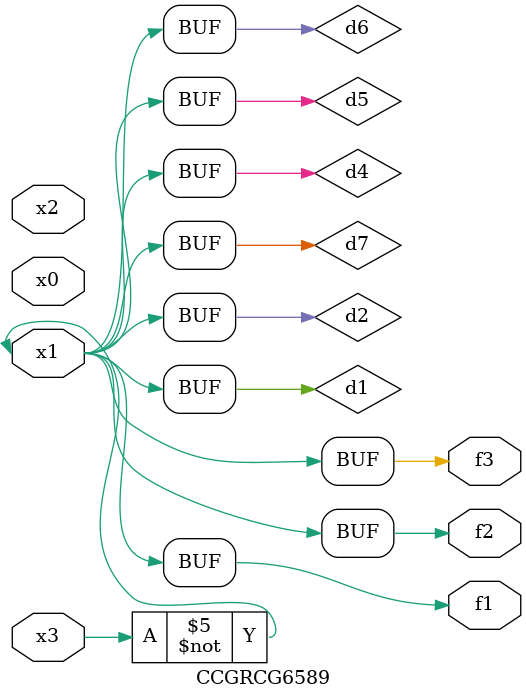
<source format=v>
module CCGRCG6589(
	input x0, x1, x2, x3,
	output f1, f2, f3
);

	wire d1, d2, d3, d4, d5, d6, d7;

	not (d1, x3);
	buf (d2, x1);
	xnor (d3, d1, d2);
	nor (d4, d1);
	buf (d5, d1, d2);
	buf (d6, d4, d5);
	nand (d7, d4);
	assign f1 = d6;
	assign f2 = d7;
	assign f3 = d6;
endmodule

</source>
